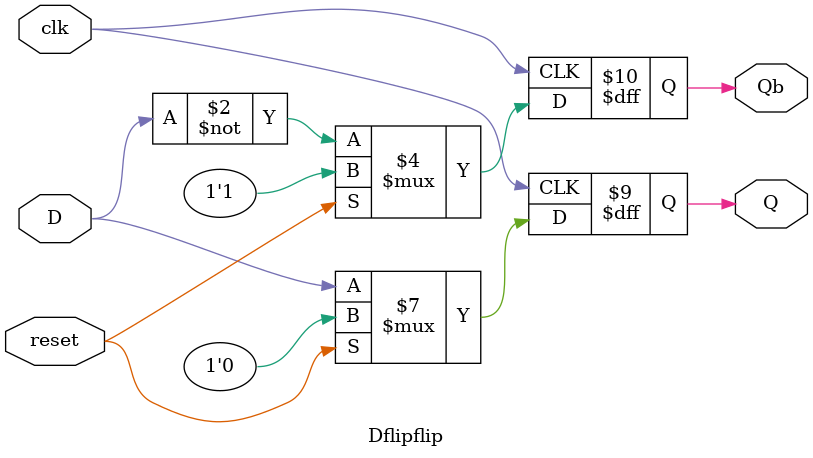
<source format=v>
module Dflipflip(D,Q,Qb,clk,reset);
	input D,clk,reset;
	output reg Qb,Q;

	always @(posedge clk)
	begin
		if(reset)
		begin
			Q <= 1'b0;
			Qb <= 1'b1;
		end
		else
		begin
			Q <= D;
			Qb <= ~D;
		end
	end
endmodule
</source>
